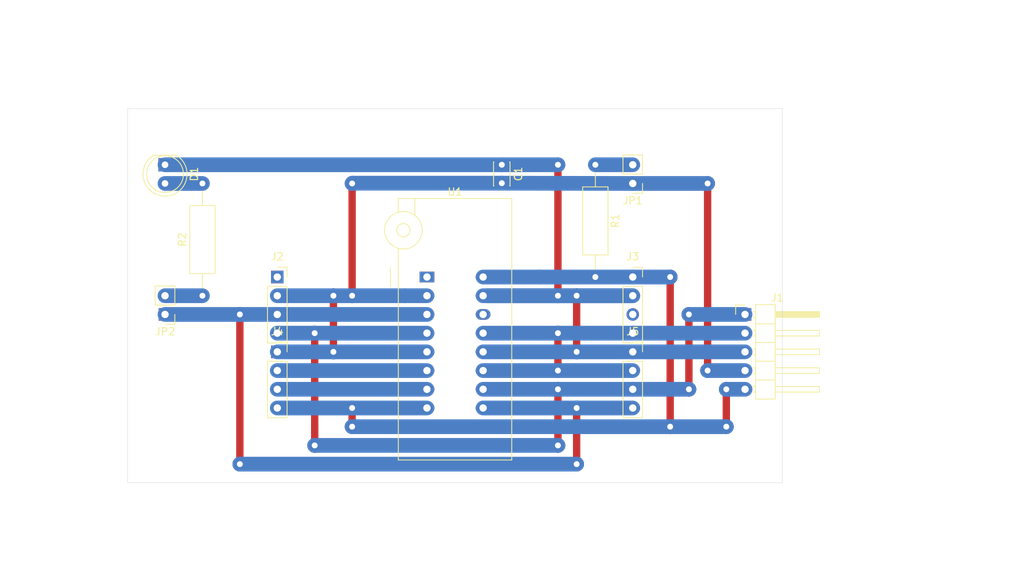
<source format=kicad_pcb>
(kicad_pcb (version 20171130) (host pcbnew "(5.1.0)-1")

  (general
    (thickness 1.6)
    (drawings 16)
    (tracks 95)
    (zones 0)
    (modules 12)
    (nets 12)
  )

  (page A4)
  (title_block
    (title "Microchip PIC10/PIC12 ZIF Programming Board")
    (date 2019-04-13)
    (rev 3.0.1)
    (company JiggleSoft)
    (comment 1 "Copyright (c) 2019 Justin Lane. All rights reserved.")
    (comment 2 "Justin Lane (pic10funprojects@jigglesoft.co.uk)")
    (comment 3 https://github.com/JiggleSoft/pic10_fun_projects)
    (comment 4 "PIC 10 Fun Projects")
  )

  (layers
    (0 F.Cu signal)
    (31 B.Cu signal)
    (32 B.Adhes user)
    (33 F.Adhes user)
    (34 B.Paste user)
    (35 F.Paste user)
    (36 B.SilkS user)
    (37 F.SilkS user)
    (38 B.Mask user)
    (39 F.Mask user)
    (40 Dwgs.User user)
    (41 Cmts.User user)
    (42 Eco1.User user)
    (43 Eco2.User user)
    (44 Edge.Cuts user)
    (45 Margin user)
    (46 B.CrtYd user)
    (47 F.CrtYd user)
    (48 B.Fab user)
    (49 F.Fab user)
  )

  (setup
    (last_trace_width 0.25)
    (user_trace_width 1)
    (user_trace_width 2)
    (trace_clearance 0.2)
    (zone_clearance 0.508)
    (zone_45_only no)
    (trace_min 0.2)
    (via_size 0.8)
    (via_drill 0.4)
    (via_min_size 0.4)
    (via_min_drill 0.3)
    (user_via 2 0.8)
    (uvia_size 0.3)
    (uvia_drill 0.1)
    (uvias_allowed no)
    (uvia_min_size 0.2)
    (uvia_min_drill 0.1)
    (edge_width 0.05)
    (segment_width 0.2)
    (pcb_text_width 0.3)
    (pcb_text_size 1.5 1.5)
    (mod_edge_width 0.12)
    (mod_text_size 1 1)
    (mod_text_width 0.15)
    (pad_size 1.524 1.524)
    (pad_drill 0.762)
    (pad_to_mask_clearance 0.051)
    (solder_mask_min_width 0.25)
    (aux_axis_origin 0 0)
    (visible_elements 7FFFFFFF)
    (pcbplotparams
      (layerselection 0x03ffc_ffffffff)
      (usegerberextensions false)
      (usegerberattributes false)
      (usegerberadvancedattributes false)
      (creategerberjobfile false)
      (excludeedgelayer true)
      (linewidth 0.100000)
      (plotframeref true)
      (viasonmask false)
      (mode 1)
      (useauxorigin false)
      (hpglpennumber 1)
      (hpglpenspeed 20)
      (hpglpendiameter 15.000000)
      (psnegative false)
      (psa4output false)
      (plotreference true)
      (plotvalue true)
      (plotinvisibletext false)
      (padsonsilk false)
      (subtractmaskfromsilk false)
      (outputformat 4)
      (mirror false)
      (drillshape 0)
      (scaleselection 1)
      (outputdirectory ""))
  )

  (net 0 "")
  (net 1 /VSS)
  (net 2 /VDD)
  (net 3 "Net-(D1-Pad2)")
  (net 4 /VPP)
  (net 5 /ICSPDAT)
  (net 6 /ICSPCLK)
  (net 7 /GP2)
  (net 8 /RA5)
  (net 9 /RA4)
  (net 10 "Net-(JP2-Pad2)")
  (net 11 "Net-(JP1-Pad2)")

  (net_class Default "This is the default net class."
    (clearance 0.2)
    (trace_width 0.25)
    (via_dia 0.8)
    (via_drill 0.4)
    (uvia_dia 0.3)
    (uvia_drill 0.1)
    (add_net /GP2)
    (add_net /ICSPCLK)
    (add_net /ICSPDAT)
    (add_net /RA4)
    (add_net /RA5)
    (add_net /VDD)
    (add_net /VPP)
    (add_net /VSS)
    (add_net "Net-(D1-Pad2)")
    (add_net "Net-(JP1-Pad2)")
    (add_net "Net-(JP2-Pad2)")
  )

  (module Resistor_THT:R_Axial_DIN0309_L9.0mm_D3.2mm_P15.24mm_Horizontal (layer F.Cu) (tedit 5AE5139B) (tstamp 5CAD029D)
    (at 167.64 76.2 270)
    (descr "Resistor, Axial_DIN0309 series, Axial, Horizontal, pin pitch=15.24mm, 0.5W = 1/2W, length*diameter=9*3.2mm^2, http://cdn-reichelt.de/documents/datenblatt/B400/1_4W%23YAG.pdf")
    (tags "Resistor Axial_DIN0309 series Axial Horizontal pin pitch 15.24mm 0.5W = 1/2W length 9mm diameter 3.2mm")
    (path /5CAA9E93)
    (fp_text reference R1 (at 7.62 -2.72 270) (layer F.SilkS)
      (effects (font (size 1 1) (thickness 0.15)))
    )
    (fp_text value 10K (at 7.62 2.72 270) (layer F.Fab)
      (effects (font (size 1 1) (thickness 0.15)))
    )
    (fp_text user %R (at 7.62 0 270) (layer F.Fab)
      (effects (font (size 1 1) (thickness 0.15)))
    )
    (fp_line (start 16.29 -1.85) (end -1.05 -1.85) (layer F.CrtYd) (width 0.05))
    (fp_line (start 16.29 1.85) (end 16.29 -1.85) (layer F.CrtYd) (width 0.05))
    (fp_line (start -1.05 1.85) (end 16.29 1.85) (layer F.CrtYd) (width 0.05))
    (fp_line (start -1.05 -1.85) (end -1.05 1.85) (layer F.CrtYd) (width 0.05))
    (fp_line (start 14.2 0) (end 12.24 0) (layer F.SilkS) (width 0.12))
    (fp_line (start 1.04 0) (end 3 0) (layer F.SilkS) (width 0.12))
    (fp_line (start 12.24 -1.72) (end 3 -1.72) (layer F.SilkS) (width 0.12))
    (fp_line (start 12.24 1.72) (end 12.24 -1.72) (layer F.SilkS) (width 0.12))
    (fp_line (start 3 1.72) (end 12.24 1.72) (layer F.SilkS) (width 0.12))
    (fp_line (start 3 -1.72) (end 3 1.72) (layer F.SilkS) (width 0.12))
    (fp_line (start 15.24 0) (end 12.12 0) (layer F.Fab) (width 0.1))
    (fp_line (start 0 0) (end 3.12 0) (layer F.Fab) (width 0.1))
    (fp_line (start 12.12 -1.6) (end 3.12 -1.6) (layer F.Fab) (width 0.1))
    (fp_line (start 12.12 1.6) (end 12.12 -1.6) (layer F.Fab) (width 0.1))
    (fp_line (start 3.12 1.6) (end 12.12 1.6) (layer F.Fab) (width 0.1))
    (fp_line (start 3.12 -1.6) (end 3.12 1.6) (layer F.Fab) (width 0.1))
    (pad 2 thru_hole oval (at 15.24 0 270) (size 1.6 1.6) (drill 0.8) (layers *.Cu *.Mask)
      (net 4 /VPP))
    (pad 1 thru_hole circle (at 0 0 270) (size 1.6 1.6) (drill 0.8) (layers *.Cu *.Mask)
      (net 11 "Net-(JP1-Pad2)"))
    (model ${KISYS3DMOD}/Resistor_THT.3dshapes/R_Axial_DIN0309_L9.0mm_D3.2mm_P15.24mm_Horizontal.wrl
      (at (xyz 0 0 0))
      (scale (xyz 1 1 1))
      (rotate (xyz 0 0 0))
    )
  )

  (module Connector_PinHeader_2.54mm:PinHeader_1x02_P2.54mm_Vertical (layer F.Cu) (tedit 59FED5CC) (tstamp 5CAD035C)
    (at 172.72 78.74 180)
    (descr "Through hole straight pin header, 1x02, 2.54mm pitch, single row")
    (tags "Through hole pin header THT 1x02 2.54mm single row")
    (path /5CAE816A)
    (fp_text reference JP1 (at 0 -2.33 180) (layer F.SilkS)
      (effects (font (size 1 1) (thickness 0.15)))
    )
    (fp_text value Jumper_NC_Small (at 0 4.87 180) (layer F.Fab)
      (effects (font (size 1 1) (thickness 0.15)))
    )
    (fp_line (start -0.635 -1.27) (end 1.27 -1.27) (layer F.Fab) (width 0.1))
    (fp_line (start 1.27 -1.27) (end 1.27 3.81) (layer F.Fab) (width 0.1))
    (fp_line (start 1.27 3.81) (end -1.27 3.81) (layer F.Fab) (width 0.1))
    (fp_line (start -1.27 3.81) (end -1.27 -0.635) (layer F.Fab) (width 0.1))
    (fp_line (start -1.27 -0.635) (end -0.635 -1.27) (layer F.Fab) (width 0.1))
    (fp_line (start -1.33 3.87) (end 1.33 3.87) (layer F.SilkS) (width 0.12))
    (fp_line (start -1.33 1.27) (end -1.33 3.87) (layer F.SilkS) (width 0.12))
    (fp_line (start 1.33 1.27) (end 1.33 3.87) (layer F.SilkS) (width 0.12))
    (fp_line (start -1.33 1.27) (end 1.33 1.27) (layer F.SilkS) (width 0.12))
    (fp_line (start -1.33 0) (end -1.33 -1.33) (layer F.SilkS) (width 0.12))
    (fp_line (start -1.33 -1.33) (end 0 -1.33) (layer F.SilkS) (width 0.12))
    (fp_line (start -1.8 -1.8) (end -1.8 4.35) (layer F.CrtYd) (width 0.05))
    (fp_line (start -1.8 4.35) (end 1.8 4.35) (layer F.CrtYd) (width 0.05))
    (fp_line (start 1.8 4.35) (end 1.8 -1.8) (layer F.CrtYd) (width 0.05))
    (fp_line (start 1.8 -1.8) (end -1.8 -1.8) (layer F.CrtYd) (width 0.05))
    (fp_text user %R (at 0 1.27 270) (layer F.Fab)
      (effects (font (size 1 1) (thickness 0.15)))
    )
    (pad 1 thru_hole rect (at 0 0 180) (size 1.7 1.7) (drill 1) (layers *.Cu *.Mask)
      (net 2 /VDD))
    (pad 2 thru_hole oval (at 0 2.54 180) (size 1.7 1.7) (drill 1) (layers *.Cu *.Mask)
      (net 11 "Net-(JP1-Pad2)"))
    (model ${KISYS3DMOD}/Connector_PinHeader_2.54mm.3dshapes/PinHeader_1x02_P2.54mm_Vertical.wrl
      (at (xyz 0 0 0))
      (scale (xyz 1 1 1))
      (rotate (xyz 0 0 0))
    )
  )

  (module Resistor_THT:R_Axial_DIN0309_L9.0mm_D3.2mm_P15.24mm_Horizontal (layer F.Cu) (tedit 5AE5139B) (tstamp 5CAD6601)
    (at 114.3 93.98 90)
    (descr "Resistor, Axial_DIN0309 series, Axial, Horizontal, pin pitch=15.24mm, 0.5W = 1/2W, length*diameter=9*3.2mm^2, http://cdn-reichelt.de/documents/datenblatt/B400/1_4W%23YAG.pdf")
    (tags "Resistor Axial_DIN0309 series Axial Horizontal pin pitch 15.24mm 0.5W = 1/2W length 9mm diameter 3.2mm")
    (path /5CAAA2D4)
    (fp_text reference R2 (at 7.62 -2.72 90) (layer F.SilkS)
      (effects (font (size 1 1) (thickness 0.15)))
    )
    (fp_text value 330R (at 7.62 2.72 90) (layer F.Fab)
      (effects (font (size 1 1) (thickness 0.15)))
    )
    (fp_text user %R (at 7.62 0 90) (layer F.Fab)
      (effects (font (size 1 1) (thickness 0.15)))
    )
    (fp_line (start 16.29 -1.85) (end -1.05 -1.85) (layer F.CrtYd) (width 0.05))
    (fp_line (start 16.29 1.85) (end 16.29 -1.85) (layer F.CrtYd) (width 0.05))
    (fp_line (start -1.05 1.85) (end 16.29 1.85) (layer F.CrtYd) (width 0.05))
    (fp_line (start -1.05 -1.85) (end -1.05 1.85) (layer F.CrtYd) (width 0.05))
    (fp_line (start 14.2 0) (end 12.24 0) (layer F.SilkS) (width 0.12))
    (fp_line (start 1.04 0) (end 3 0) (layer F.SilkS) (width 0.12))
    (fp_line (start 12.24 -1.72) (end 3 -1.72) (layer F.SilkS) (width 0.12))
    (fp_line (start 12.24 1.72) (end 12.24 -1.72) (layer F.SilkS) (width 0.12))
    (fp_line (start 3 1.72) (end 12.24 1.72) (layer F.SilkS) (width 0.12))
    (fp_line (start 3 -1.72) (end 3 1.72) (layer F.SilkS) (width 0.12))
    (fp_line (start 15.24 0) (end 12.12 0) (layer F.Fab) (width 0.1))
    (fp_line (start 0 0) (end 3.12 0) (layer F.Fab) (width 0.1))
    (fp_line (start 12.12 -1.6) (end 3.12 -1.6) (layer F.Fab) (width 0.1))
    (fp_line (start 12.12 1.6) (end 12.12 -1.6) (layer F.Fab) (width 0.1))
    (fp_line (start 3.12 1.6) (end 12.12 1.6) (layer F.Fab) (width 0.1))
    (fp_line (start 3.12 -1.6) (end 3.12 1.6) (layer F.Fab) (width 0.1))
    (pad 2 thru_hole oval (at 15.24 0 90) (size 1.6 1.6) (drill 0.8) (layers *.Cu *.Mask)
      (net 3 "Net-(D1-Pad2)"))
    (pad 1 thru_hole circle (at 0 0 90) (size 1.6 1.6) (drill 0.8) (layers *.Cu *.Mask)
      (net 10 "Net-(JP2-Pad2)"))
    (model ${KISYS3DMOD}/Resistor_THT.3dshapes/R_Axial_DIN0309_L9.0mm_D3.2mm_P15.24mm_Horizontal.wrl
      (at (xyz 0 0 0))
      (scale (xyz 1 1 1))
      (rotate (xyz 0 0 0))
    )
  )

  (module Capacitor_THT:C_Disc_D3.0mm_W2.0mm_P2.50mm (layer F.Cu) (tedit 5AE50EF0) (tstamp 5CAC5DF7)
    (at 154.94 76.2 270)
    (descr "C, Disc series, Radial, pin pitch=2.50mm, , diameter*width=3*2mm^2, Capacitor")
    (tags "C Disc series Radial pin pitch 2.50mm  diameter 3mm width 2mm Capacitor")
    (path /5CAA9369)
    (fp_text reference C1 (at 1.25 -2.25 270) (layer F.SilkS)
      (effects (font (size 1 1) (thickness 0.15)))
    )
    (fp_text value 0.1uF (at 1.25 2.25 270) (layer F.Fab)
      (effects (font (size 1 1) (thickness 0.15)))
    )
    (fp_line (start -0.25 -1) (end -0.25 1) (layer F.Fab) (width 0.1))
    (fp_line (start -0.25 1) (end 2.75 1) (layer F.Fab) (width 0.1))
    (fp_line (start 2.75 1) (end 2.75 -1) (layer F.Fab) (width 0.1))
    (fp_line (start 2.75 -1) (end -0.25 -1) (layer F.Fab) (width 0.1))
    (fp_line (start -0.37 -1.12) (end 2.87 -1.12) (layer F.SilkS) (width 0.12))
    (fp_line (start -0.37 1.12) (end 2.87 1.12) (layer F.SilkS) (width 0.12))
    (fp_line (start -0.37 -1.12) (end -0.37 -1.055) (layer F.SilkS) (width 0.12))
    (fp_line (start -0.37 1.055) (end -0.37 1.12) (layer F.SilkS) (width 0.12))
    (fp_line (start 2.87 -1.12) (end 2.87 -1.055) (layer F.SilkS) (width 0.12))
    (fp_line (start 2.87 1.055) (end 2.87 1.12) (layer F.SilkS) (width 0.12))
    (fp_line (start -1.05 -1.25) (end -1.05 1.25) (layer F.CrtYd) (width 0.05))
    (fp_line (start -1.05 1.25) (end 3.55 1.25) (layer F.CrtYd) (width 0.05))
    (fp_line (start 3.55 1.25) (end 3.55 -1.25) (layer F.CrtYd) (width 0.05))
    (fp_line (start 3.55 -1.25) (end -1.05 -1.25) (layer F.CrtYd) (width 0.05))
    (fp_text user %R (at 1.25 0 270) (layer F.Fab)
      (effects (font (size 0.6 0.6) (thickness 0.09)))
    )
    (pad 1 thru_hole circle (at 0 0 270) (size 1.6 1.6) (drill 0.8) (layers *.Cu *.Mask)
      (net 1 /VSS))
    (pad 2 thru_hole circle (at 2.5 0 270) (size 1.6 1.6) (drill 0.8) (layers *.Cu *.Mask)
      (net 2 /VDD))
    (model ${KISYS3DMOD}/Capacitor_THT.3dshapes/C_Disc_D3.0mm_W2.0mm_P2.50mm.wrl
      (at (xyz 0 0 0))
      (scale (xyz 1 1 1))
      (rotate (xyz 0 0 0))
    )
  )

  (module LED_THT:LED_D5.0mm (layer F.Cu) (tedit 5995936A) (tstamp 5CAC9CCE)
    (at 109.22 76.2 270)
    (descr "LED, diameter 5.0mm, 2 pins, http://cdn-reichelt.de/documents/datenblatt/A500/LL-504BC2E-009.pdf")
    (tags "LED diameter 5.0mm 2 pins")
    (path /5CAAA3F5)
    (fp_text reference D1 (at 1.27 -3.96 270) (layer F.SilkS)
      (effects (font (size 1 1) (thickness 0.15)))
    )
    (fp_text value LED (at 1.27 3.96 270) (layer F.Fab)
      (effects (font (size 1 1) (thickness 0.15)))
    )
    (fp_arc (start 1.27 0) (end -1.23 -1.469694) (angle 299.1) (layer F.Fab) (width 0.1))
    (fp_arc (start 1.27 0) (end -1.29 -1.54483) (angle 148.9) (layer F.SilkS) (width 0.12))
    (fp_arc (start 1.27 0) (end -1.29 1.54483) (angle -148.9) (layer F.SilkS) (width 0.12))
    (fp_circle (center 1.27 0) (end 3.77 0) (layer F.Fab) (width 0.1))
    (fp_circle (center 1.27 0) (end 3.77 0) (layer F.SilkS) (width 0.12))
    (fp_line (start -1.23 -1.469694) (end -1.23 1.469694) (layer F.Fab) (width 0.1))
    (fp_line (start -1.29 -1.545) (end -1.29 1.545) (layer F.SilkS) (width 0.12))
    (fp_line (start -1.95 -3.25) (end -1.95 3.25) (layer F.CrtYd) (width 0.05))
    (fp_line (start -1.95 3.25) (end 4.5 3.25) (layer F.CrtYd) (width 0.05))
    (fp_line (start 4.5 3.25) (end 4.5 -3.25) (layer F.CrtYd) (width 0.05))
    (fp_line (start 4.5 -3.25) (end -1.95 -3.25) (layer F.CrtYd) (width 0.05))
    (fp_text user %R (at 1.25 0 270) (layer F.Fab)
      (effects (font (size 0.8 0.8) (thickness 0.2)))
    )
    (pad 1 thru_hole rect (at 0 0 270) (size 1.8 1.8) (drill 0.9) (layers *.Cu *.Mask)
      (net 1 /VSS))
    (pad 2 thru_hole circle (at 2.54 0 270) (size 1.8 1.8) (drill 0.9) (layers *.Cu *.Mask)
      (net 3 "Net-(D1-Pad2)"))
    (model ${KISYS3DMOD}/LED_THT.3dshapes/LED_D5.0mm.wrl
      (at (xyz 0 0 0))
      (scale (xyz 1 1 1))
      (rotate (xyz 0 0 0))
    )
  )

  (module Connector_PinHeader_2.54mm:PinHeader_1x05_P2.54mm_Horizontal (layer F.Cu) (tedit 59FED5CB) (tstamp 5CAD6B79)
    (at 187.96 96.52)
    (descr "Through hole angled pin header, 1x05, 2.54mm pitch, 6mm pin length, single row")
    (tags "Through hole angled pin header THT 1x05 2.54mm single row")
    (path /5CAA7911)
    (fp_text reference J1 (at 4.385 -2.27) (layer F.SilkS)
      (effects (font (size 1 1) (thickness 0.15)))
    )
    (fp_text value Conn_01x05_Male (at 4.385 12.43) (layer F.Fab)
      (effects (font (size 1 1) (thickness 0.15)))
    )
    (fp_line (start 2.135 -1.27) (end 4.04 -1.27) (layer F.Fab) (width 0.1))
    (fp_line (start 4.04 -1.27) (end 4.04 11.43) (layer F.Fab) (width 0.1))
    (fp_line (start 4.04 11.43) (end 1.5 11.43) (layer F.Fab) (width 0.1))
    (fp_line (start 1.5 11.43) (end 1.5 -0.635) (layer F.Fab) (width 0.1))
    (fp_line (start 1.5 -0.635) (end 2.135 -1.27) (layer F.Fab) (width 0.1))
    (fp_line (start -0.32 -0.32) (end 1.5 -0.32) (layer F.Fab) (width 0.1))
    (fp_line (start -0.32 -0.32) (end -0.32 0.32) (layer F.Fab) (width 0.1))
    (fp_line (start -0.32 0.32) (end 1.5 0.32) (layer F.Fab) (width 0.1))
    (fp_line (start 4.04 -0.32) (end 10.04 -0.32) (layer F.Fab) (width 0.1))
    (fp_line (start 10.04 -0.32) (end 10.04 0.32) (layer F.Fab) (width 0.1))
    (fp_line (start 4.04 0.32) (end 10.04 0.32) (layer F.Fab) (width 0.1))
    (fp_line (start -0.32 2.22) (end 1.5 2.22) (layer F.Fab) (width 0.1))
    (fp_line (start -0.32 2.22) (end -0.32 2.86) (layer F.Fab) (width 0.1))
    (fp_line (start -0.32 2.86) (end 1.5 2.86) (layer F.Fab) (width 0.1))
    (fp_line (start 4.04 2.22) (end 10.04 2.22) (layer F.Fab) (width 0.1))
    (fp_line (start 10.04 2.22) (end 10.04 2.86) (layer F.Fab) (width 0.1))
    (fp_line (start 4.04 2.86) (end 10.04 2.86) (layer F.Fab) (width 0.1))
    (fp_line (start -0.32 4.76) (end 1.5 4.76) (layer F.Fab) (width 0.1))
    (fp_line (start -0.32 4.76) (end -0.32 5.4) (layer F.Fab) (width 0.1))
    (fp_line (start -0.32 5.4) (end 1.5 5.4) (layer F.Fab) (width 0.1))
    (fp_line (start 4.04 4.76) (end 10.04 4.76) (layer F.Fab) (width 0.1))
    (fp_line (start 10.04 4.76) (end 10.04 5.4) (layer F.Fab) (width 0.1))
    (fp_line (start 4.04 5.4) (end 10.04 5.4) (layer F.Fab) (width 0.1))
    (fp_line (start -0.32 7.3) (end 1.5 7.3) (layer F.Fab) (width 0.1))
    (fp_line (start -0.32 7.3) (end -0.32 7.94) (layer F.Fab) (width 0.1))
    (fp_line (start -0.32 7.94) (end 1.5 7.94) (layer F.Fab) (width 0.1))
    (fp_line (start 4.04 7.3) (end 10.04 7.3) (layer F.Fab) (width 0.1))
    (fp_line (start 10.04 7.3) (end 10.04 7.94) (layer F.Fab) (width 0.1))
    (fp_line (start 4.04 7.94) (end 10.04 7.94) (layer F.Fab) (width 0.1))
    (fp_line (start -0.32 9.84) (end 1.5 9.84) (layer F.Fab) (width 0.1))
    (fp_line (start -0.32 9.84) (end -0.32 10.48) (layer F.Fab) (width 0.1))
    (fp_line (start -0.32 10.48) (end 1.5 10.48) (layer F.Fab) (width 0.1))
    (fp_line (start 4.04 9.84) (end 10.04 9.84) (layer F.Fab) (width 0.1))
    (fp_line (start 10.04 9.84) (end 10.04 10.48) (layer F.Fab) (width 0.1))
    (fp_line (start 4.04 10.48) (end 10.04 10.48) (layer F.Fab) (width 0.1))
    (fp_line (start 1.44 -1.33) (end 1.44 11.49) (layer F.SilkS) (width 0.12))
    (fp_line (start 1.44 11.49) (end 4.1 11.49) (layer F.SilkS) (width 0.12))
    (fp_line (start 4.1 11.49) (end 4.1 -1.33) (layer F.SilkS) (width 0.12))
    (fp_line (start 4.1 -1.33) (end 1.44 -1.33) (layer F.SilkS) (width 0.12))
    (fp_line (start 4.1 -0.38) (end 10.1 -0.38) (layer F.SilkS) (width 0.12))
    (fp_line (start 10.1 -0.38) (end 10.1 0.38) (layer F.SilkS) (width 0.12))
    (fp_line (start 10.1 0.38) (end 4.1 0.38) (layer F.SilkS) (width 0.12))
    (fp_line (start 4.1 -0.32) (end 10.1 -0.32) (layer F.SilkS) (width 0.12))
    (fp_line (start 4.1 -0.2) (end 10.1 -0.2) (layer F.SilkS) (width 0.12))
    (fp_line (start 4.1 -0.08) (end 10.1 -0.08) (layer F.SilkS) (width 0.12))
    (fp_line (start 4.1 0.04) (end 10.1 0.04) (layer F.SilkS) (width 0.12))
    (fp_line (start 4.1 0.16) (end 10.1 0.16) (layer F.SilkS) (width 0.12))
    (fp_line (start 4.1 0.28) (end 10.1 0.28) (layer F.SilkS) (width 0.12))
    (fp_line (start 1.11 -0.38) (end 1.44 -0.38) (layer F.SilkS) (width 0.12))
    (fp_line (start 1.11 0.38) (end 1.44 0.38) (layer F.SilkS) (width 0.12))
    (fp_line (start 1.44 1.27) (end 4.1 1.27) (layer F.SilkS) (width 0.12))
    (fp_line (start 4.1 2.16) (end 10.1 2.16) (layer F.SilkS) (width 0.12))
    (fp_line (start 10.1 2.16) (end 10.1 2.92) (layer F.SilkS) (width 0.12))
    (fp_line (start 10.1 2.92) (end 4.1 2.92) (layer F.SilkS) (width 0.12))
    (fp_line (start 1.042929 2.16) (end 1.44 2.16) (layer F.SilkS) (width 0.12))
    (fp_line (start 1.042929 2.92) (end 1.44 2.92) (layer F.SilkS) (width 0.12))
    (fp_line (start 1.44 3.81) (end 4.1 3.81) (layer F.SilkS) (width 0.12))
    (fp_line (start 4.1 4.7) (end 10.1 4.7) (layer F.SilkS) (width 0.12))
    (fp_line (start 10.1 4.7) (end 10.1 5.46) (layer F.SilkS) (width 0.12))
    (fp_line (start 10.1 5.46) (end 4.1 5.46) (layer F.SilkS) (width 0.12))
    (fp_line (start 1.042929 4.7) (end 1.44 4.7) (layer F.SilkS) (width 0.12))
    (fp_line (start 1.042929 5.46) (end 1.44 5.46) (layer F.SilkS) (width 0.12))
    (fp_line (start 1.44 6.35) (end 4.1 6.35) (layer F.SilkS) (width 0.12))
    (fp_line (start 4.1 7.24) (end 10.1 7.24) (layer F.SilkS) (width 0.12))
    (fp_line (start 10.1 7.24) (end 10.1 8) (layer F.SilkS) (width 0.12))
    (fp_line (start 10.1 8) (end 4.1 8) (layer F.SilkS) (width 0.12))
    (fp_line (start 1.042929 7.24) (end 1.44 7.24) (layer F.SilkS) (width 0.12))
    (fp_line (start 1.042929 8) (end 1.44 8) (layer F.SilkS) (width 0.12))
    (fp_line (start 1.44 8.89) (end 4.1 8.89) (layer F.SilkS) (width 0.12))
    (fp_line (start 4.1 9.78) (end 10.1 9.78) (layer F.SilkS) (width 0.12))
    (fp_line (start 10.1 9.78) (end 10.1 10.54) (layer F.SilkS) (width 0.12))
    (fp_line (start 10.1 10.54) (end 4.1 10.54) (layer F.SilkS) (width 0.12))
    (fp_line (start 1.042929 9.78) (end 1.44 9.78) (layer F.SilkS) (width 0.12))
    (fp_line (start 1.042929 10.54) (end 1.44 10.54) (layer F.SilkS) (width 0.12))
    (fp_line (start -1.27 0) (end -1.27 -1.27) (layer F.SilkS) (width 0.12))
    (fp_line (start -1.27 -1.27) (end 0 -1.27) (layer F.SilkS) (width 0.12))
    (fp_line (start -1.8 -1.8) (end -1.8 11.95) (layer F.CrtYd) (width 0.05))
    (fp_line (start -1.8 11.95) (end 10.55 11.95) (layer F.CrtYd) (width 0.05))
    (fp_line (start 10.55 11.95) (end 10.55 -1.8) (layer F.CrtYd) (width 0.05))
    (fp_line (start 10.55 -1.8) (end -1.8 -1.8) (layer F.CrtYd) (width 0.05))
    (fp_text user %R (at 2.77 5.08 90) (layer F.Fab)
      (effects (font (size 1 1) (thickness 0.15)))
    )
    (pad 1 thru_hole rect (at 0 0) (size 1.7 1.7) (drill 1) (layers *.Cu *.Mask)
      (net 6 /ICSPCLK))
    (pad 2 thru_hole oval (at 0 2.54) (size 1.7 1.7) (drill 1) (layers *.Cu *.Mask)
      (net 5 /ICSPDAT))
    (pad 3 thru_hole oval (at 0 5.08) (size 1.7 1.7) (drill 1) (layers *.Cu *.Mask)
      (net 1 /VSS))
    (pad 4 thru_hole oval (at 0 7.62) (size 1.7 1.7) (drill 1) (layers *.Cu *.Mask)
      (net 2 /VDD))
    (pad 5 thru_hole oval (at 0 10.16) (size 1.7 1.7) (drill 1) (layers *.Cu *.Mask)
      (net 4 /VPP))
    (model ${KISYS3DMOD}/Connector_PinHeader_2.54mm.3dshapes/PinHeader_1x05_P2.54mm_Horizontal.wrl
      (at (xyz 0 0 0))
      (scale (xyz 1 1 1))
      (rotate (xyz 0 0 0))
    )
  )

  (module Connector_PinSocket_2.54mm:PinSocket_1x04_P2.54mm_Vertical (layer F.Cu) (tedit 5A19A429) (tstamp 5CAC8EDD)
    (at 124.46 91.44)
    (descr "Through hole straight socket strip, 1x04, 2.54mm pitch, single row (from Kicad 4.0.7), script generated")
    (tags "Through hole socket strip THT 1x04 2.54mm single row")
    (path /5CAA7E60)
    (fp_text reference J2 (at 0 -2.77) (layer F.SilkS)
      (effects (font (size 1 1) (thickness 0.15)))
    )
    (fp_text value Conn_01x04_Female (at 0 10.39) (layer F.Fab)
      (effects (font (size 1 1) (thickness 0.15)))
    )
    (fp_line (start -1.27 -1.27) (end 0.635 -1.27) (layer F.Fab) (width 0.1))
    (fp_line (start 0.635 -1.27) (end 1.27 -0.635) (layer F.Fab) (width 0.1))
    (fp_line (start 1.27 -0.635) (end 1.27 8.89) (layer F.Fab) (width 0.1))
    (fp_line (start 1.27 8.89) (end -1.27 8.89) (layer F.Fab) (width 0.1))
    (fp_line (start -1.27 8.89) (end -1.27 -1.27) (layer F.Fab) (width 0.1))
    (fp_line (start -1.33 1.27) (end 1.33 1.27) (layer F.SilkS) (width 0.12))
    (fp_line (start -1.33 1.27) (end -1.33 8.95) (layer F.SilkS) (width 0.12))
    (fp_line (start -1.33 8.95) (end 1.33 8.95) (layer F.SilkS) (width 0.12))
    (fp_line (start 1.33 1.27) (end 1.33 8.95) (layer F.SilkS) (width 0.12))
    (fp_line (start 1.33 -1.33) (end 1.33 0) (layer F.SilkS) (width 0.12))
    (fp_line (start 0 -1.33) (end 1.33 -1.33) (layer F.SilkS) (width 0.12))
    (fp_line (start -1.8 -1.8) (end 1.75 -1.8) (layer F.CrtYd) (width 0.05))
    (fp_line (start 1.75 -1.8) (end 1.75 9.4) (layer F.CrtYd) (width 0.05))
    (fp_line (start 1.75 9.4) (end -1.8 9.4) (layer F.CrtYd) (width 0.05))
    (fp_line (start -1.8 9.4) (end -1.8 -1.8) (layer F.CrtYd) (width 0.05))
    (fp_text user %R (at 0 3.81 90) (layer F.Fab)
      (effects (font (size 1 1) (thickness 0.15)))
    )
    (pad 1 thru_hole rect (at 0 0) (size 1.7 1.7) (drill 1) (layers *.Cu *.Mask))
    (pad 2 thru_hole oval (at 0 2.54) (size 1.7 1.7) (drill 1) (layers *.Cu *.Mask)
      (net 2 /VDD))
    (pad 3 thru_hole oval (at 0 5.08) (size 1.7 1.7) (drill 1) (layers *.Cu *.Mask)
      (net 7 /GP2))
    (pad 4 thru_hole oval (at 0 7.62) (size 1.7 1.7) (drill 1) (layers *.Cu *.Mask)
      (net 6 /ICSPCLK))
    (model ${KISYS3DMOD}/Connector_PinSocket_2.54mm.3dshapes/PinSocket_1x04_P2.54mm_Vertical.wrl
      (at (xyz 0 0 0))
      (scale (xyz 1 1 1))
      (rotate (xyz 0 0 0))
    )
  )

  (module Connector_PinSocket_2.54mm:PinSocket_1x04_P2.54mm_Vertical (layer F.Cu) (tedit 5A19A429) (tstamp 5CAC5C20)
    (at 172.72 91.44)
    (descr "Through hole straight socket strip, 1x04, 2.54mm pitch, single row (from Kicad 4.0.7), script generated")
    (tags "Through hole socket strip THT 1x04 2.54mm single row")
    (path /5CAA8142)
    (fp_text reference J3 (at 0 -2.77) (layer F.SilkS)
      (effects (font (size 1 1) (thickness 0.15)))
    )
    (fp_text value Conn_01x04_Female (at 0 10.39) (layer F.Fab)
      (effects (font (size 1 1) (thickness 0.15)))
    )
    (fp_text user %R (at 0 3.81 90) (layer F.Fab)
      (effects (font (size 1 1) (thickness 0.15)))
    )
    (fp_line (start -1.8 9.4) (end -1.8 -1.8) (layer F.CrtYd) (width 0.05))
    (fp_line (start 1.75 9.4) (end -1.8 9.4) (layer F.CrtYd) (width 0.05))
    (fp_line (start 1.75 -1.8) (end 1.75 9.4) (layer F.CrtYd) (width 0.05))
    (fp_line (start -1.8 -1.8) (end 1.75 -1.8) (layer F.CrtYd) (width 0.05))
    (fp_line (start 0 -1.33) (end 1.33 -1.33) (layer F.SilkS) (width 0.12))
    (fp_line (start 1.33 -1.33) (end 1.33 0) (layer F.SilkS) (width 0.12))
    (fp_line (start 1.33 1.27) (end 1.33 8.95) (layer F.SilkS) (width 0.12))
    (fp_line (start -1.33 8.95) (end 1.33 8.95) (layer F.SilkS) (width 0.12))
    (fp_line (start -1.33 1.27) (end -1.33 8.95) (layer F.SilkS) (width 0.12))
    (fp_line (start -1.33 1.27) (end 1.33 1.27) (layer F.SilkS) (width 0.12))
    (fp_line (start -1.27 8.89) (end -1.27 -1.27) (layer F.Fab) (width 0.1))
    (fp_line (start 1.27 8.89) (end -1.27 8.89) (layer F.Fab) (width 0.1))
    (fp_line (start 1.27 -0.635) (end 1.27 8.89) (layer F.Fab) (width 0.1))
    (fp_line (start 0.635 -1.27) (end 1.27 -0.635) (layer F.Fab) (width 0.1))
    (fp_line (start -1.27 -1.27) (end 0.635 -1.27) (layer F.Fab) (width 0.1))
    (pad 4 thru_hole oval (at 0 7.62) (size 1.7 1.7) (drill 1) (layers *.Cu *.Mask)
      (net 5 /ICSPDAT))
    (pad 3 thru_hole oval (at 0 5.08) (size 1.7 1.7) (drill 1) (layers *.Cu *.Mask))
    (pad 2 thru_hole oval (at 0 2.54) (size 1.7 1.7) (drill 1) (layers *.Cu *.Mask)
      (net 1 /VSS))
    (pad 1 thru_hole rect (at 0 0) (size 1.7 1.7) (drill 1) (layers *.Cu *.Mask)
      (net 4 /VPP))
    (model ${KISYS3DMOD}/Connector_PinSocket_2.54mm.3dshapes/PinSocket_1x04_P2.54mm_Vertical.wrl
      (at (xyz 0 0 0))
      (scale (xyz 1 1 1))
      (rotate (xyz 0 0 0))
    )
  )

  (module Connector_PinSocket_2.54mm:PinSocket_1x04_P2.54mm_Vertical (layer F.Cu) (tedit 5A19A429) (tstamp 5CAC8F22)
    (at 124.46 101.6)
    (descr "Through hole straight socket strip, 1x04, 2.54mm pitch, single row (from Kicad 4.0.7), script generated")
    (tags "Through hole socket strip THT 1x04 2.54mm single row")
    (path /5CAA8710)
    (fp_text reference J4 (at 0 -2.77) (layer F.SilkS)
      (effects (font (size 1 1) (thickness 0.15)))
    )
    (fp_text value Conn_01x04_Female (at 0 10.39) (layer F.Fab)
      (effects (font (size 1 1) (thickness 0.15)))
    )
    (fp_line (start -1.27 -1.27) (end 0.635 -1.27) (layer F.Fab) (width 0.1))
    (fp_line (start 0.635 -1.27) (end 1.27 -0.635) (layer F.Fab) (width 0.1))
    (fp_line (start 1.27 -0.635) (end 1.27 8.89) (layer F.Fab) (width 0.1))
    (fp_line (start 1.27 8.89) (end -1.27 8.89) (layer F.Fab) (width 0.1))
    (fp_line (start -1.27 8.89) (end -1.27 -1.27) (layer F.Fab) (width 0.1))
    (fp_line (start -1.33 1.27) (end 1.33 1.27) (layer F.SilkS) (width 0.12))
    (fp_line (start -1.33 1.27) (end -1.33 8.95) (layer F.SilkS) (width 0.12))
    (fp_line (start -1.33 8.95) (end 1.33 8.95) (layer F.SilkS) (width 0.12))
    (fp_line (start 1.33 1.27) (end 1.33 8.95) (layer F.SilkS) (width 0.12))
    (fp_line (start 1.33 -1.33) (end 1.33 0) (layer F.SilkS) (width 0.12))
    (fp_line (start 0 -1.33) (end 1.33 -1.33) (layer F.SilkS) (width 0.12))
    (fp_line (start -1.8 -1.8) (end 1.75 -1.8) (layer F.CrtYd) (width 0.05))
    (fp_line (start 1.75 -1.8) (end 1.75 9.4) (layer F.CrtYd) (width 0.05))
    (fp_line (start 1.75 9.4) (end -1.8 9.4) (layer F.CrtYd) (width 0.05))
    (fp_line (start -1.8 9.4) (end -1.8 -1.8) (layer F.CrtYd) (width 0.05))
    (fp_text user %R (at 0 3.81 90) (layer F.Fab)
      (effects (font (size 1 1) (thickness 0.15)))
    )
    (pad 1 thru_hole rect (at 0 0) (size 1.7 1.7) (drill 1) (layers *.Cu *.Mask)
      (net 2 /VDD))
    (pad 2 thru_hole oval (at 0 2.54) (size 1.7 1.7) (drill 1) (layers *.Cu *.Mask)
      (net 8 /RA5))
    (pad 3 thru_hole oval (at 0 5.08) (size 1.7 1.7) (drill 1) (layers *.Cu *.Mask)
      (net 9 /RA4))
    (pad 4 thru_hole oval (at 0 7.62) (size 1.7 1.7) (drill 1) (layers *.Cu *.Mask)
      (net 4 /VPP))
    (model ${KISYS3DMOD}/Connector_PinSocket_2.54mm.3dshapes/PinSocket_1x04_P2.54mm_Vertical.wrl
      (at (xyz 0 0 0))
      (scale (xyz 1 1 1))
      (rotate (xyz 0 0 0))
    )
  )

  (module Connector_PinSocket_2.54mm:PinSocket_1x04_P2.54mm_Vertical (layer F.Cu) (tedit 5A19A429) (tstamp 5CAC5D70)
    (at 172.72 101.6)
    (descr "Through hole straight socket strip, 1x04, 2.54mm pitch, single row (from Kicad 4.0.7), script generated")
    (tags "Through hole socket strip THT 1x04 2.54mm single row")
    (path /5CAA8D38)
    (fp_text reference J5 (at 0 -2.77) (layer F.SilkS)
      (effects (font (size 1 1) (thickness 0.15)))
    )
    (fp_text value Conn_01x04_Female (at 0 10.39) (layer F.Fab)
      (effects (font (size 1 1) (thickness 0.15)))
    )
    (fp_text user %R (at 0 3.81 90) (layer F.Fab)
      (effects (font (size 1 1) (thickness 0.15)))
    )
    (fp_line (start -1.8 9.4) (end -1.8 -1.8) (layer F.CrtYd) (width 0.05))
    (fp_line (start 1.75 9.4) (end -1.8 9.4) (layer F.CrtYd) (width 0.05))
    (fp_line (start 1.75 -1.8) (end 1.75 9.4) (layer F.CrtYd) (width 0.05))
    (fp_line (start -1.8 -1.8) (end 1.75 -1.8) (layer F.CrtYd) (width 0.05))
    (fp_line (start 0 -1.33) (end 1.33 -1.33) (layer F.SilkS) (width 0.12))
    (fp_line (start 1.33 -1.33) (end 1.33 0) (layer F.SilkS) (width 0.12))
    (fp_line (start 1.33 1.27) (end 1.33 8.95) (layer F.SilkS) (width 0.12))
    (fp_line (start -1.33 8.95) (end 1.33 8.95) (layer F.SilkS) (width 0.12))
    (fp_line (start -1.33 1.27) (end -1.33 8.95) (layer F.SilkS) (width 0.12))
    (fp_line (start -1.33 1.27) (end 1.33 1.27) (layer F.SilkS) (width 0.12))
    (fp_line (start -1.27 8.89) (end -1.27 -1.27) (layer F.Fab) (width 0.1))
    (fp_line (start 1.27 8.89) (end -1.27 8.89) (layer F.Fab) (width 0.1))
    (fp_line (start 1.27 -0.635) (end 1.27 8.89) (layer F.Fab) (width 0.1))
    (fp_line (start 0.635 -1.27) (end 1.27 -0.635) (layer F.Fab) (width 0.1))
    (fp_line (start -1.27 -1.27) (end 0.635 -1.27) (layer F.Fab) (width 0.1))
    (pad 4 thru_hole oval (at 0 7.62) (size 1.7 1.7) (drill 1) (layers *.Cu *.Mask)
      (net 7 /GP2))
    (pad 3 thru_hole oval (at 0 5.08) (size 1.7 1.7) (drill 1) (layers *.Cu *.Mask)
      (net 6 /ICSPCLK))
    (pad 2 thru_hole oval (at 0 2.54) (size 1.7 1.7) (drill 1) (layers *.Cu *.Mask)
      (net 5 /ICSPDAT))
    (pad 1 thru_hole rect (at 0 0) (size 1.7 1.7) (drill 1) (layers *.Cu *.Mask)
      (net 1 /VSS))
    (model ${KISYS3DMOD}/Connector_PinSocket_2.54mm.3dshapes/PinSocket_1x04_P2.54mm_Vertical.wrl
      (at (xyz 0 0 0))
      (scale (xyz 1 1 1))
      (rotate (xyz 0 0 0))
    )
  )

  (module Connector_PinHeader_2.54mm:PinHeader_1x02_P2.54mm_Vertical (layer F.Cu) (tedit 59FED5CC) (tstamp 5CAC9B86)
    (at 109.22 96.52 180)
    (descr "Through hole straight pin header, 1x02, 2.54mm pitch, single row")
    (tags "Through hole pin header THT 1x02 2.54mm single row")
    (path /5CAAAC64)
    (fp_text reference JP2 (at 0 -2.33 180) (layer F.SilkS)
      (effects (font (size 1 1) (thickness 0.15)))
    )
    (fp_text value Jumper_NC_Small (at 0 4.87 180) (layer F.Fab)
      (effects (font (size 1 1) (thickness 0.15)))
    )
    (fp_text user %R (at 0 1.27 270) (layer F.Fab)
      (effects (font (size 1 1) (thickness 0.15)))
    )
    (fp_line (start 1.8 -1.8) (end -1.8 -1.8) (layer F.CrtYd) (width 0.05))
    (fp_line (start 1.8 4.35) (end 1.8 -1.8) (layer F.CrtYd) (width 0.05))
    (fp_line (start -1.8 4.35) (end 1.8 4.35) (layer F.CrtYd) (width 0.05))
    (fp_line (start -1.8 -1.8) (end -1.8 4.35) (layer F.CrtYd) (width 0.05))
    (fp_line (start -1.33 -1.33) (end 0 -1.33) (layer F.SilkS) (width 0.12))
    (fp_line (start -1.33 0) (end -1.33 -1.33) (layer F.SilkS) (width 0.12))
    (fp_line (start -1.33 1.27) (end 1.33 1.27) (layer F.SilkS) (width 0.12))
    (fp_line (start 1.33 1.27) (end 1.33 3.87) (layer F.SilkS) (width 0.12))
    (fp_line (start -1.33 1.27) (end -1.33 3.87) (layer F.SilkS) (width 0.12))
    (fp_line (start -1.33 3.87) (end 1.33 3.87) (layer F.SilkS) (width 0.12))
    (fp_line (start -1.27 -0.635) (end -0.635 -1.27) (layer F.Fab) (width 0.1))
    (fp_line (start -1.27 3.81) (end -1.27 -0.635) (layer F.Fab) (width 0.1))
    (fp_line (start 1.27 3.81) (end -1.27 3.81) (layer F.Fab) (width 0.1))
    (fp_line (start 1.27 -1.27) (end 1.27 3.81) (layer F.Fab) (width 0.1))
    (fp_line (start -0.635 -1.27) (end 1.27 -1.27) (layer F.Fab) (width 0.1))
    (pad 2 thru_hole oval (at 0 2.54 180) (size 1.7 1.7) (drill 1) (layers *.Cu *.Mask)
      (net 10 "Net-(JP2-Pad2)"))
    (pad 1 thru_hole rect (at 0 0 180) (size 1.7 1.7) (drill 1) (layers *.Cu *.Mask)
      (net 7 /GP2))
    (model ${KISYS3DMOD}/Connector_PinHeader_2.54mm.3dshapes/PinHeader_1x02_P2.54mm_Vertical.wrl
      (at (xyz 0 0 0))
      (scale (xyz 1 1 1))
      (rotate (xyz 0 0 0))
    )
  )

  (module Socket:DIP_Socket-16_W4.3_W5.08_W7.62_W10.16_W10.9_3M_216-3340-00-0602J (layer F.Cu) (tedit 5C461E8A) (tstamp 5CAC5A9B)
    (at 144.78 91.44)
    (descr "3M 16-pin zero insertion force socket, through-hole, row spacing 7.62 mm (300 mils), http://multimedia.3m.com/mws/media/494546O/3mtm-dip-sockets-100-2-54-mm-ts0365.pdf")
    (tags "THT DIP DIL ZIF 7.62mm 300mil Socket")
    (path /5CAA9517)
    (fp_text reference U1 (at 3.81 -11.56) (layer F.SilkS)
      (effects (font (size 1 1) (thickness 0.15)))
    )
    (fp_text value "DIP .300 ZIF Socket" (at 3.81 25.74) (layer F.Fab)
      (effects (font (size 0.6 0.6) (thickness 0.09)))
    )
    (fp_circle (center -3.2 -6.35) (end -0.65 -6.35) (layer F.SilkS) (width 0.12))
    (fp_circle (center -3.2 -6.35) (end -2.3 -6.35) (layer F.SilkS) (width 0.12))
    (fp_line (start -5.5 -23.36) (end 0.1 -23.36) (layer F.CrtYd) (width 0.05))
    (fp_line (start 0.1 -23.36) (end 0.1 -11.06) (layer F.CrtYd) (width 0.05))
    (fp_line (start 0.1 -11.06) (end 11.91 -11.06) (layer F.CrtYd) (width 0.05))
    (fp_line (start 11.91 -11.06) (end 11.91 25.24) (layer F.CrtYd) (width 0.05))
    (fp_line (start 11.91 25.24) (end -4.29 25.24) (layer F.CrtYd) (width 0.05))
    (fp_line (start -4.29 25.24) (end -4.29 -3.4) (layer F.CrtYd) (width 0.05))
    (fp_line (start -4.29 -3.4) (end -5.5 -3.4) (layer F.CrtYd) (width 0.05))
    (fp_line (start -5.5 -3.4) (end -5.5 -23.36) (layer F.CrtYd) (width 0.05))
    (fp_line (start -5 -21.46) (end -3.7 -22.86) (layer F.Fab) (width 0.1))
    (fp_line (start -3.7 -22.86) (end -1.7 -22.86) (layer F.Fab) (width 0.1))
    (fp_line (start -1.7 -22.86) (end -0.4 -21.46) (layer F.Fab) (width 0.1))
    (fp_line (start -0.4 -21.46) (end -5 -21.46) (layer F.Fab) (width 0.1))
    (fp_line (start -5 -21.46) (end -5 -17.86) (layer F.Fab) (width 0.1))
    (fp_line (start -5 -17.86) (end -0.4 -17.86) (layer F.Fab) (width 0.1))
    (fp_line (start -0.4 -17.86) (end -0.4 -21.46) (layer F.Fab) (width 0.1))
    (fp_line (start -5 -17.86) (end -3.5 -15.86) (layer F.Fab) (width 0.1))
    (fp_line (start -0.4 -17.86) (end -1.9 -15.86) (layer F.Fab) (width 0.1))
    (fp_line (start -3.5 -9.75) (end -3.5 -15.86) (layer F.Fab) (width 0.1))
    (fp_line (start -3.5 -15.86) (end -1.9 -15.86) (layer F.Fab) (width 0.1))
    (fp_line (start -1.9 -15.86) (end -1.9 -10.56) (layer F.Fab) (width 0.1))
    (fp_line (start 11.41 24.74) (end -3.79 24.74) (layer F.Fab) (width 0.1))
    (fp_line (start -3.79 24.74) (end -3.79 -9.4) (layer F.Fab) (width 0.1))
    (fp_line (start -3.79 -9.4) (end -2.85 -10.56) (layer F.Fab) (width 0.1))
    (fp_line (start -2.85 -10.56) (end 11.41 -10.56) (layer F.Fab) (width 0.1))
    (fp_line (start 11.41 -10.56) (end 11.41 24.74) (layer F.Fab) (width 0.1))
    (fp_line (start -3.89 -3.9) (end -3.89 24.84) (layer F.SilkS) (width 0.12))
    (fp_line (start -3.89 24.84) (end 11.51 24.84) (layer F.SilkS) (width 0.12))
    (fp_line (start 11.51 24.84) (end 11.51 -10.66) (layer F.SilkS) (width 0.12))
    (fp_line (start 11.51 -10.66) (end -3.89 -10.66) (layer F.SilkS) (width 0.12))
    (fp_line (start -3.89 -10.66) (end -3.89 -8.8) (layer F.SilkS) (width 0.12))
    (fp_line (start -1.65 -10.66) (end -1.65 -8.4) (layer F.SilkS) (width 0.12))
    (fp_line (start -4.95 1.27) (end -4.95 -1.27) (layer F.SilkS) (width 0.12))
    (fp_text user %R (at 3.81 7.09) (layer F.Fab)
      (effects (font (size 1 1) (thickness 0.15)))
    )
    (pad 1 thru_hole rect (at 0 0) (size 2 1.44) (drill 1) (layers *.Cu *.Mask))
    (pad 16 thru_hole oval (at 7.62 0) (size 2 1.44) (drill 1) (layers *.Cu *.Mask)
      (net 4 /VPP))
    (pad 2 thru_hole oval (at 0 2.54) (size 2 1.44) (drill 1) (layers *.Cu *.Mask)
      (net 2 /VDD))
    (pad 15 thru_hole oval (at 7.62 2.54) (size 2 1.44) (drill 1) (layers *.Cu *.Mask)
      (net 1 /VSS))
    (pad 3 thru_hole oval (at 0 5.08) (size 2 1.44) (drill 1) (layers *.Cu *.Mask)
      (net 7 /GP2))
    (pad 14 thru_hole oval (at 7.62 5.08) (size 2 1.44) (drill 1) (layers *.Cu *.Mask))
    (pad 4 thru_hole oval (at 0 7.62) (size 2 1.44) (drill 1) (layers *.Cu *.Mask)
      (net 6 /ICSPCLK))
    (pad 13 thru_hole oval (at 7.62 7.62) (size 2 1.44) (drill 1) (layers *.Cu *.Mask)
      (net 5 /ICSPDAT))
    (pad 5 thru_hole oval (at 0 10.16) (size 2 1.44) (drill 1) (layers *.Cu *.Mask)
      (net 2 /VDD))
    (pad 12 thru_hole oval (at 7.62 10.16) (size 2 1.44) (drill 1) (layers *.Cu *.Mask)
      (net 1 /VSS))
    (pad 6 thru_hole oval (at 0 12.7) (size 2 1.44) (drill 1) (layers *.Cu *.Mask)
      (net 8 /RA5))
    (pad 11 thru_hole oval (at 7.62 12.7) (size 2 1.44) (drill 1) (layers *.Cu *.Mask)
      (net 5 /ICSPDAT))
    (pad 7 thru_hole oval (at 0 15.24) (size 2 1.44) (drill 1) (layers *.Cu *.Mask)
      (net 9 /RA4))
    (pad 10 thru_hole oval (at 7.62 15.24) (size 2 1.44) (drill 1) (layers *.Cu *.Mask)
      (net 6 /ICSPCLK))
    (pad 8 thru_hole oval (at 0 17.78) (size 2 1.44) (drill 1) (layers *.Cu *.Mask)
      (net 4 /VPP))
    (pad 9 thru_hole oval (at 7.62 17.78) (size 2 1.44) (drill 1) (layers *.Cu *.Mask)
      (net 7 /GP2))
    (model ${KISYS3DMOD}/Socket.3dshapes/DIP_Socket-16_W4.3_W5.08_W7.62_W10.16_W10.9_3M_216-3340-00-0602J.wrl
      (at (xyz 0 0 0))
      (scale (xyz 1 1 1))
      (rotate (xyz 0 0 0))
    )
  )

  (gr_poly (pts (xy 163.83 74.93) (xy 163.83 77.47) (xy 166.37 77.47) (xy 166.37 74.93)) (layer Eco2.User) (width 0.1))
  (gr_poly (pts (xy 181.61 105.41) (xy 184.15 105.41) (xy 184.15 107.95) (xy 181.61 107.95)) (layer Eco2.User) (width 0.1))
  (gr_poly (pts (xy 176.53 102.87) (xy 179.07 102.87) (xy 179.07 105.41) (xy 176.53 105.41)) (layer Eco2.User) (width 0.1))
  (gr_poly (pts (xy 176.53 95.25) (xy 179.07 95.25) (xy 179.07 97.79) (xy 176.53 97.79)) (layer Eco2.User) (width 0.1))
  (gr_poly (pts (xy 118.11 92.71) (xy 120.65 92.71) (xy 120.65 95.25) (xy 118.11 95.25)) (layer Eco2.User) (width 0.1))
  (gr_poly (pts (xy 118.11 77.47) (xy 120.65 77.47) (xy 120.65 80.01) (xy 118.11 80.01)) (layer Eco2.User) (width 0.1))
  (dimension 93.98 (width 0.15) (layer Cmts.User)
    (gr_text "93.980 mm" (at 151.13 133.38) (layer Cmts.User)
      (effects (font (size 1 1) (thickness 0.15)))
    )
    (feature1 (pts (xy 198.12 129.54) (xy 198.12 132.666421)))
    (feature2 (pts (xy 104.14 129.54) (xy 104.14 132.666421)))
    (crossbar (pts (xy 104.14 132.08) (xy 198.12 132.08)))
    (arrow1a (pts (xy 198.12 132.08) (xy 196.993496 132.666421)))
    (arrow1b (pts (xy 198.12 132.08) (xy 196.993496 131.493579)))
    (arrow2a (pts (xy 104.14 132.08) (xy 105.266504 132.666421)))
    (arrow2b (pts (xy 104.14 132.08) (xy 105.266504 131.493579)))
  )
  (dimension 88.9 (width 0.15) (layer Cmts.User)
    (gr_text "88.900 mm" (at 148.59 125.76) (layer Cmts.User)
      (effects (font (size 1 1) (thickness 0.15)))
    )
    (feature1 (pts (xy 193.04 121.92) (xy 193.04 125.046421)))
    (feature2 (pts (xy 104.14 121.92) (xy 104.14 125.046421)))
    (crossbar (pts (xy 104.14 124.46) (xy 193.04 124.46)))
    (arrow1a (pts (xy 193.04 124.46) (xy 191.913496 125.046421)))
    (arrow1b (pts (xy 193.04 124.46) (xy 191.913496 123.873579)))
    (arrow2a (pts (xy 104.14 124.46) (xy 105.266504 125.046421)))
    (arrow2b (pts (xy 104.14 124.46) (xy 105.266504 123.873579)))
  )
  (gr_text "Note signals match programmer\npin out orientation but pin \nnumbering is different." (at 213.36 101.6) (layer Cmts.User)
    (effects (font (size 1 1) (thickness 0.15) italic))
  )
  (dimension 50.8 (width 0.15) (layer Cmts.User)
    (gr_text "50.800 mm" (at 95.22 93.98 90) (layer Cmts.User)
      (effects (font (size 1 1) (thickness 0.15)))
    )
    (feature1 (pts (xy 99.06 68.58) (xy 95.933579 68.58)))
    (feature2 (pts (xy 99.06 119.38) (xy 95.933579 119.38)))
    (crossbar (pts (xy 96.52 119.38) (xy 96.52 68.58)))
    (arrow1a (pts (xy 96.52 68.58) (xy 97.106421 69.706504)))
    (arrow1b (pts (xy 96.52 68.58) (xy 95.933579 69.706504)))
    (arrow2a (pts (xy 96.52 119.38) (xy 97.106421 118.253496)))
    (arrow2b (pts (xy 96.52 119.38) (xy 95.933579 118.253496)))
  )
  (gr_line (start 104.14 119.38) (end 104.14 68.58) (layer Edge.Cuts) (width 0.05) (tstamp 5CACD0AD))
  (gr_line (start 193.04 119.38) (end 104.14 119.38) (layer Edge.Cuts) (width 0.05))
  (gr_line (start 193.04 68.58) (end 193.04 119.38) (layer Edge.Cuts) (width 0.05) (tstamp 5CAD66D3))
  (gr_line (start 104.14 68.58) (end 193.04 68.58) (layer Edge.Cuts) (width 0.05) (tstamp 5CAD66D6))
  (gr_text "2-Layer Through Hole PCB or Stripboard Compatible Design" (at 147.32 60.96) (layer Cmts.User)
    (effects (font (size 1.5 1.5) (thickness 0.3)))
  )
  (gr_text "Microchip PIC10 and PIC12 Dedicated Out-of-Circuit ZIF Programming Board" (at 147.32 55.88) (layer Cmts.User)
    (effects (font (size 2 2) (thickness 0.5)))
  )

  (segment (start 152.4 93.98) (end 162.56 93.98) (width 2) (layer B.Cu) (net 1))
  (segment (start 172.72 93.98) (end 153.01999 93.98) (width 2) (layer B.Cu) (net 1))
  (segment (start 152.4 101.6) (end 165.1 101.6) (width 2) (layer B.Cu) (net 1))
  (segment (start 165.1 93.98) (end 172.72 93.98) (width 2) (layer B.Cu) (net 1) (tstamp 5CACD247))
  (via (at 165.1 93.98) (size 2) (drill 0.8) (layers F.Cu B.Cu) (net 1))
  (segment (start 165.1 101.6) (end 172.72 101.6) (width 2) (layer B.Cu) (net 1) (tstamp 5CACD249))
  (via (at 165.1 101.6) (size 2) (drill 0.8) (layers F.Cu B.Cu) (net 1))
  (segment (start 165.1 93.98) (end 165.1 101.6) (width 1) (layer F.Cu) (net 1))
  (segment (start 162.56 93.98) (end 165.1 93.98) (width 2) (layer B.Cu) (net 1) (tstamp 5CAD02CD))
  (via (at 162.56 93.98) (size 2) (drill 0.8) (layers F.Cu B.Cu) (net 1))
  (segment (start 154.94 76.2) (end 162.56 76.2) (width 2) (layer B.Cu) (net 1))
  (via (at 162.56 76.2) (size 2) (drill 0.8) (layers F.Cu B.Cu) (net 1))
  (segment (start 162.56 76.2) (end 162.56 93.98) (width 1) (layer F.Cu) (net 1))
  (segment (start 154.94 76.2) (end 109.22 76.2) (width 2) (layer B.Cu) (net 1))
  (segment (start 172.72 101.6) (end 187.96 101.6) (width 2) (layer B.Cu) (net 1))
  (via (at 182.88 104.14) (size 2) (drill 0.8) (layers F.Cu B.Cu) (net 2))
  (via (at 182.88 78.74) (size 2) (drill 0.8) (layers F.Cu B.Cu) (net 2))
  (segment (start 144.78 93.98) (end 141.78 93.98) (width 2) (layer B.Cu) (net 2))
  (via (at 134.62 78.74) (size 2) (drill 0.8) (layers F.Cu B.Cu) (net 2))
  (segment (start 154.94 78.7) (end 134.66 78.7) (width 2) (layer B.Cu) (net 2))
  (segment (start 134.66 78.7) (end 134.62 78.74) (width 2) (layer B.Cu) (net 2))
  (segment (start 134.62 78.74) (end 134.62 93.98) (width 1) (layer F.Cu) (net 2))
  (segment (start 141.78 93.98) (end 132.08 93.98) (width 2) (layer B.Cu) (net 2))
  (via (at 134.62 93.98) (size 2) (drill 0.8) (layers F.Cu B.Cu) (net 2))
  (segment (start 132.08 101.6) (end 132.08 101.6) (width 2) (layer B.Cu) (net 2))
  (segment (start 144.78 101.6) (end 132.08 101.6) (width 2) (layer B.Cu) (net 2))
  (segment (start 132.08 93.98) (end 124.46 93.98) (width 2) (layer B.Cu) (net 2) (tstamp 5CACD045))
  (via (at 132.08 93.98) (size 2) (drill 0.8) (layers F.Cu B.Cu) (net 2))
  (segment (start 132.08 101.6) (end 124.46 101.6) (width 2) (layer B.Cu) (net 2) (tstamp 5CACD047))
  (via (at 132.08 101.6) (size 2) (drill 0.8) (layers F.Cu B.Cu) (net 2))
  (segment (start 132.08 93.98) (end 132.08 101.6) (width 1) (layer F.Cu) (net 2))
  (segment (start 154.94 78.7) (end 172.72 78.74) (width 2) (layer B.Cu) (net 2))
  (segment (start 172.72 78.74) (end 182.88 78.74) (width 2) (layer B.Cu) (net 2))
  (segment (start 182.88 78.74) (end 182.88 104.14) (width 1) (layer F.Cu) (net 2))
  (segment (start 187.96 104.14) (end 182.88 104.14) (width 2) (layer B.Cu) (net 2))
  (segment (start 114.3 78.74) (end 109.22 78.74) (width 2) (layer B.Cu) (net 3))
  (via (at 177.8 91.44) (size 2) (drill 0.8) (layers F.Cu B.Cu) (net 4))
  (via (at 185.42 106.68) (size 2) (drill 0.8) (layers F.Cu B.Cu) (net 4))
  (via (at 134.62 111.76) (size 2) (drill 0.8) (layers F.Cu B.Cu) (net 4))
  (segment (start 152.4 91.44) (end 160.02 91.44) (width 2) (layer B.Cu) (net 4))
  (segment (start 144.78 109.22) (end 134.62 109.22) (width 2) (layer B.Cu) (net 4))
  (segment (start 134.62 109.22) (end 124.46 109.22) (width 2) (layer B.Cu) (net 4) (tstamp 5CACD251))
  (via (at 134.62 109.22) (size 2) (drill 0.8) (layers F.Cu B.Cu) (net 4))
  (segment (start 134.62 109.22) (end 134.62 111.76) (width 1) (layer F.Cu) (net 4))
  (segment (start 160.02 91.44) (end 172.72 91.44) (width 2) (layer B.Cu) (net 4) (tstamp 5CAD02CA))
  (segment (start 134.62 111.76) (end 177.8 111.76) (width 2) (layer B.Cu) (net 4))
  (segment (start 185.42 111.76) (end 185.42 111.76) (width 2) (layer B.Cu) (net 4) (tstamp 5CAD6E4B))
  (via (at 185.42 111.76) (size 2) (drill 0.8) (layers F.Cu B.Cu) (net 4))
  (segment (start 187.96 106.68) (end 185.42 106.68) (width 2) (layer B.Cu) (net 4))
  (segment (start 185.42 106.68) (end 185.42 111.76) (width 1) (layer F.Cu) (net 4))
  (segment (start 177.8 111.76) (end 185.42 111.76) (width 2) (layer B.Cu) (net 4) (tstamp 5CAD6E77))
  (via (at 177.8 111.76) (size 2) (drill 0.8) (layers F.Cu B.Cu) (net 4))
  (segment (start 172.72 91.44) (end 177.8 91.44) (width 2) (layer B.Cu) (net 4))
  (segment (start 177.8 91.44) (end 177.8 111.76) (width 1) (layer F.Cu) (net 4))
  (segment (start 152.4 99.06) (end 162.56 99.06) (width 2) (layer B.Cu) (net 5))
  (segment (start 152.4 104.14) (end 162.56 104.14) (width 2) (layer B.Cu) (net 5))
  (segment (start 162.56 99.06) (end 172.72 99.06) (width 2) (layer B.Cu) (net 5) (tstamp 5CACD24B))
  (via (at 162.56 99.06) (size 2) (drill 0.8) (layers F.Cu B.Cu) (net 5))
  (segment (start 162.56 104.14) (end 172.72 104.14) (width 2) (layer B.Cu) (net 5) (tstamp 5CACD24D))
  (via (at 162.56 104.14) (size 2) (drill 0.8) (layers F.Cu B.Cu) (net 5))
  (segment (start 162.56 99.06) (end 162.56 104.14) (width 1) (layer F.Cu) (net 5))
  (segment (start 172.72 99.06) (end 187.96 99.06) (width 2) (layer B.Cu) (net 5))
  (via (at 180.34 106.68) (size 2) (drill 0.8) (layers F.Cu B.Cu) (net 6))
  (via (at 180.34 96.52) (size 2) (drill 0.8) (layers F.Cu B.Cu) (net 6))
  (via (at 162.56 114.3) (size 2) (drill 0.8) (layers F.Cu B.Cu) (net 6))
  (via (at 129.54 114.3) (size 2) (drill 0.8) (layers F.Cu B.Cu) (net 6))
  (segment (start 152.4 106.68) (end 162.56 106.68) (width 2) (layer B.Cu) (net 6))
  (segment (start 144.78 99.06) (end 129.54 99.06) (width 2) (layer B.Cu) (net 6))
  (segment (start 129.54 99.06) (end 124.46 99.06) (width 2) (layer B.Cu) (net 6) (tstamp 5CACD24F))
  (segment (start 129.54 99.06) (end 129.54 99.06) (width 2) (layer B.Cu) (net 6) (tstamp 5CACD32C))
  (via (at 129.54 99.06) (size 2) (drill 0.8) (layers F.Cu B.Cu) (net 6))
  (segment (start 129.54 99.06) (end 129.54 114.3) (width 1) (layer F.Cu) (net 6))
  (segment (start 162.56 106.68) (end 172.72 106.68) (width 2) (layer B.Cu) (net 6) (tstamp 5CACD347))
  (via (at 162.56 106.68) (size 2) (drill 0.8) (layers F.Cu B.Cu) (net 6))
  (segment (start 162.56 106.68) (end 162.56 114.3) (width 1) (layer F.Cu) (net 6))
  (segment (start 162.56 114.3) (end 129.54 114.3) (width 2) (layer B.Cu) (net 6))
  (segment (start 172.72 106.68) (end 180.34 106.68) (width 2) (layer B.Cu) (net 6))
  (segment (start 180.34 106.68) (end 180.34 96.52) (width 1) (layer F.Cu) (net 6))
  (segment (start 187.96 96.52) (end 180.34 96.52) (width 2) (layer B.Cu) (net 6))
  (via (at 119.38 116.84) (size 2) (drill 0.8) (layers F.Cu B.Cu) (net 7))
  (via (at 165.1 116.84) (size 2) (drill 0.8) (layers F.Cu B.Cu) (net 7))
  (segment (start 152.4 109.22) (end 165.1 109.22) (width 2) (layer B.Cu) (net 7))
  (segment (start 144.78 96.52) (end 124.46 96.52) (width 2) (layer B.Cu) (net 7) (tstamp 5CAD66EA))
  (segment (start 165.1 109.22) (end 172.72 109.22) (width 2) (layer B.Cu) (net 7) (tstamp 5CACD341))
  (via (at 165.1 109.22) (size 2) (drill 0.8) (layers F.Cu B.Cu) (net 7))
  (segment (start 119.38 96.52) (end 124.46 96.52) (width 2) (layer B.Cu) (net 7) (tstamp 5CACD45A))
  (via (at 119.38 96.52) (size 2) (drill 0.8) (layers F.Cu B.Cu) (net 7))
  (segment (start 119.38 96.52) (end 119.38 116.84) (width 1) (layer F.Cu) (net 7))
  (segment (start 165.1 109.22) (end 165.1 116.84) (width 1) (layer F.Cu) (net 7))
  (segment (start 165.1 116.84) (end 119.38 116.84) (width 2) (layer B.Cu) (net 7))
  (segment (start 109.22 96.52) (end 119.38 96.52) (width 2) (layer B.Cu) (net 7))
  (segment (start 144.78 104.14) (end 124.46 104.14) (width 2) (layer B.Cu) (net 8))
  (segment (start 144.78 106.68) (end 124.46 106.68) (width 2) (layer B.Cu) (net 9))
  (segment (start 114.3 93.98) (end 109.22 93.98) (width 2) (layer B.Cu) (net 10))
  (segment (start 172.72 76.2) (end 167.64 76.2) (width 2) (layer B.Cu) (net 11))

  (zone (net 0) (net_name "") (layer B.Cu) (tstamp 0) (hatch edge 0.508)
    (connect_pads (clearance 0.508))
    (min_thickness 0.254)
    (keepout (tracks not_allowed) (vias not_allowed) (copperpour allowed))
    (fill (arc_segments 32) (thermal_gap 0.508) (thermal_bridge_width 0.508))
    (polygon
      (pts
        (xy 146.05 90.17) (xy 151.13 90.17) (xy 151.13 110.49) (xy 146.05 110.49)
      )
    )
  )
  (zone (net 0) (net_name "") (layer B.Cu) (tstamp 0) (hatch edge 0.508)
    (connect_pads (clearance 0.508))
    (min_thickness 0.254)
    (keepout (tracks not_allowed) (vias not_allowed) (copperpour allowed))
    (fill (arc_segments 32) (thermal_gap 0.508) (thermal_bridge_width 0.508))
    (polygon
      (pts
        (xy 118.11 92.71) (xy 120.65 92.71) (xy 120.65 95.25) (xy 118.11 95.25)
      )
    )
  )
  (zone (net 0) (net_name "") (layer B.Cu) (tstamp 0) (hatch edge 0.508)
    (connect_pads (clearance 0.508))
    (min_thickness 0.254)
    (keepout (tracks not_allowed) (vias not_allowed) (copperpour allowed))
    (fill (arc_segments 32) (thermal_gap 0.508) (thermal_bridge_width 0.508))
    (polygon
      (pts
        (xy 120.65 77.47) (xy 120.65 80.01) (xy 118.11 80.01) (xy 118.11 77.47)
      )
    )
  )
  (zone (net 0) (net_name "") (layer B.Cu) (tstamp 5CAD032C) (hatch edge 0.508)
    (connect_pads (clearance 0.508))
    (min_thickness 0.254)
    (keepout (tracks not_allowed) (vias not_allowed) (copperpour allowed))
    (fill (arc_segments 32) (thermal_gap 0.508) (thermal_bridge_width 0.508))
    (polygon
      (pts
        (xy 163.83 74.93) (xy 166.37 74.93) (xy 166.37 77.47) (xy 163.83 77.47)
      )
    )
  )
  (zone (net 0) (net_name "") (layer B.Cu) (tstamp 5CAD66DC) (hatch edge 0.508)
    (connect_pads (clearance 0.508))
    (min_thickness 0.254)
    (keepout (tracks not_allowed) (vias not_allowed) (copperpour allowed))
    (fill (arc_segments 32) (thermal_gap 0.508) (thermal_bridge_width 0.508))
    (polygon
      (pts
        (xy 179.07 95.25) (xy 179.07 97.79) (xy 176.53 97.79) (xy 176.53 95.25)
      )
    )
  )
  (zone (net 0) (net_name "") (layer B.Cu) (tstamp 5CAD66D9) (hatch edge 0.508)
    (connect_pads (clearance 0.508))
    (min_thickness 0.254)
    (keepout (tracks not_allowed) (vias not_allowed) (copperpour allowed))
    (fill (arc_segments 32) (thermal_gap 0.508) (thermal_bridge_width 0.508))
    (polygon
      (pts
        (xy 179.07 102.87) (xy 179.07 105.41) (xy 176.53 105.41) (xy 176.53 102.87)
      )
    )
  )
  (zone (net 0) (net_name "") (layer B.Cu) (tstamp 5CAD66DF) (hatch edge 0.508)
    (connect_pads (clearance 0.508))
    (min_thickness 0.254)
    (keepout (tracks not_allowed) (vias not_allowed) (copperpour allowed))
    (fill (arc_segments 32) (thermal_gap 0.508) (thermal_bridge_width 0.508))
    (polygon
      (pts
        (xy 184.15 105.41) (xy 184.15 107.95) (xy 181.61 107.95) (xy 181.61 105.41)
      )
    )
  )
)

</source>
